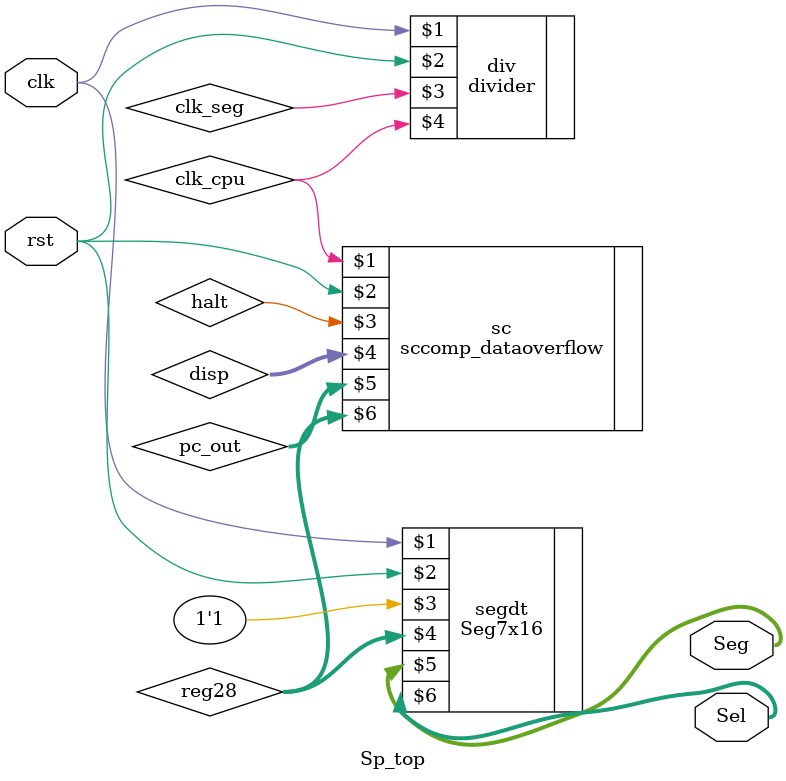
<source format=v>
`timescale 1ns / 1ps

module Sp_top(
    input clk,
    input rst,
    output [7:0] Seg,
    output [7:0] Sel
    );

    wire [31:0] reg28;
    wire [31:0] disp;
    wire [31:0] pc_out;
    reg [31:0] seg_idata;
    reg [30:0] cnt;
    reg clk_50m;
    reg flag;
    wire clk_cpu;
    wire clk_seg;

    wire halt;
   // wire [31:0] instr;
   
   //wire [31:0] seg_idata = rst ? 32'hffffffff : ((disp == 32'ha0602880) ? 32'ha0602880 : 32'h00000001);
   
//    always @ (*)
//    begin
//        if(rst)
//        begin
//            seg_idata <= 32'hffffffff;
//            flag <= 0;
//        end
//        if(disp == 32'ha0602880)
//        begin
//            seg_idata <= disp;
//            flag <= 1;
//        end
//        else
//        begin
//            seg_idata <= 32'h00000001;
//        end
//    end

    //assign halt = (disp == 32'ha0602880) ? 1 : 0;

    sccomp_dataoverflow sc(
        clk_cpu,
        rst,
        halt,
        //instr,
        disp,
        pc_out,
        reg28
    );

    Seg7x16 segdt(
        clk,
        rst,
        1'b1,
        reg28,
        Seg,
        Sel
    );
    
    divider div(
        clk,
        rst,
        clk_seg,
        clk_cpu
    );

endmodule

</source>
